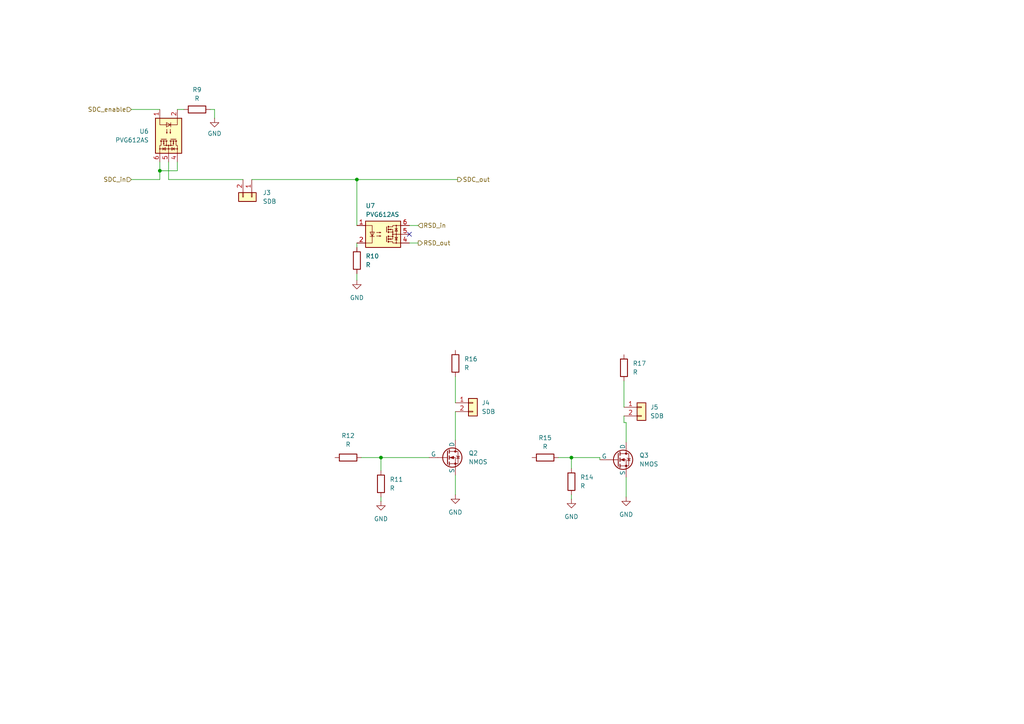
<source format=kicad_sch>
(kicad_sch (version 20231120) (generator "eeschema") (generator_version "8.0")
  (paper "A4")
  (lib_symbols
    (symbol "Connector_Generic:Conn_01x02" (pin_names (offset 1.016) hide)
      (property "Reference" "J" (at 0 2.54 0))
      (property "Value" "Conn_01x02" (at 0 -5.08 0))
      (symbol "Conn_01x02_1_1"
        (rectangle (start -1.27 -2.413) (end 0 -2.667) (stroke (width 0.1524)))
        (rectangle (start -1.27 0.127) (end 0 -0.127) (stroke (width 0.1524)))
        (rectangle (start -1.27 1.27) (end 1.27 -3.81) (stroke (width 0.254)) (fill (type background)))
        (pin passive line (at -5.08 0 0) (length 3.81) (name "Pin_1") (number "1"))
        (pin passive line (at -5.08 -2.54 0) (length 3.81) (name "Pin_2") (number "2"))
      )
    )
    (symbol "Device:R" (pin_numbers hide) (pin_names (offset 0))
      (property "Reference" "R" (at 2.032 0 90))
      (property "Value" "R" (at 0 0 90))
      (symbol "R_0_1"
        (rectangle (start -1.016 -2.54) (end 1.016 2.54) (stroke (width 0.254)))
      )
      (symbol "R_1_1"
        (pin passive line (at 0 3.81 270) (length 1.27) (name "~") (number "1"))
        (pin passive line (at 0 -3.81 90) (length 1.27) (name "~") (number "2"))
      )
    )
    (symbol "FaSTTUBe_Power-Switches:PVG612AS"
      (property "Reference" "U" (at -3.81 5.08 0))
      (property "Value" "PVG612AS" (at 0 -5.08 0))
      (symbol "PVG612AS_0_1"
        (rectangle (start -5.08 3.81) (end 5.08 -3.81) (stroke (width 0.254)) (fill (type background)))
        (polyline (pts (xy -3.81 -0.635) (xy -2.54 -0.635)))
        (polyline (pts (xy 1.016 -0.635) (xy 1.016 -2.159)) (stroke (width 0.2032)))
        (polyline (pts (xy 1.016 2.159) (xy 1.016 0.635)) (stroke (width 0.2032)))
        (polyline (pts (xy 1.524 -0.508) (xy 1.524 -0.762)) (stroke (width 0.3556)))
        (polyline (pts (xy 2.794 0) (xy 5.08 0)))
        (polyline (pts (xy 3.429 -1.651) (xy 4.191 -1.651)))
        (polyline (pts (xy 3.429 1.651) (xy 4.191 1.651)))
        (polyline (pts (xy 3.81 -2.54) (xy 3.81 2.54)))
        (polyline (pts (xy 1.524 -2.032) (xy 1.524 -2.286) (xy 1.524 -2.286)) (stroke (width 0.3556)))
        (polyline (pts (xy 1.524 -1.27) (xy 1.524 -1.524) (xy 1.524 -1.524)) (stroke (width 0.3556)))
        (polyline (pts (xy 1.524 0.762) (xy 1.524 0.508) (xy 1.524 0.508)) (stroke (width 0.3556)))
        (polyline (pts (xy 1.524 1.524) (xy 1.524 1.27) (xy 1.524 1.27)) (stroke (width 0.3556)))
        (polyline (pts (xy 1.524 2.286) (xy 1.524 2.032) (xy 1.524 2.032)) (stroke (width 0.3556)))
        (polyline (pts (xy 1.651 -1.397) (xy 2.794 -1.397) (xy 2.794 -0.635)))
        (polyline (pts (xy 1.651 1.397) (xy 2.794 1.397) (xy 2.794 0.635)))
        (polyline (pts (xy -5.08 2.54) (xy -3.175 2.54) (xy -3.175 -2.54) (xy -5.08 -2.54)))
        (polyline (pts (xy -3.175 -0.635) (xy -3.81 0.635) (xy -2.54 0.635) (xy -3.175 -0.635)))
        (polyline (pts (xy 1.651 -2.159) (xy 2.794 -2.159) (xy 2.794 -2.54) (xy 5.08 -2.54)))
        (polyline (pts (xy 1.651 -0.635) (xy 2.794 -0.635) (xy 2.794 0.635) (xy 1.651 0.635)))
        (polyline (pts (xy 1.651 2.159) (xy 2.794 2.159) (xy 2.794 2.54) (xy 5.08 2.54)))
        (polyline (pts (xy 1.778 -1.397) (xy 2.286 -1.27) (xy 2.286 -1.524) (xy 1.778 -1.397)))
        (polyline (pts (xy 1.778 1.397) (xy 2.286 1.524) (xy 2.286 1.27) (xy 1.778 1.397)))
        (polyline (pts (xy 3.81 -1.651) (xy 3.429 -0.889) (xy 4.191 -0.889) (xy 3.81 -1.651)))
        (polyline (pts (xy 3.81 1.651) (xy 3.429 0.889) (xy 4.191 0.889) (xy 3.81 1.651)))
        (polyline (pts (xy -1.905 -0.508) (xy -0.635 -0.508) (xy -1.016 -0.635) (xy -1.016 -0.381) (xy -0.635 -0.508)))
        (polyline (pts (xy -1.905 0.508) (xy -0.635 0.508) (xy -1.016 0.381) (xy -1.016 0.635) (xy -0.635 0.508)))
        (circle (center 2.794 -0.635) (radius 0.127))
        (circle (center 2.794 0) (radius 0.127))
        (circle (center 2.794 0.635) (radius 0.127))
        (circle (center 3.81 -2.54) (radius 0.127))
        (circle (center 3.81 0) (radius 0.127))
        (circle (center 3.81 2.54) (radius 0.127))
      )
      (symbol "PVG612AS_1_1"
        (pin passive line (at -7.62 2.54 0) (length 2.54) (name "~") (number "1"))
        (pin passive line (at -7.62 -2.54 0) (length 2.54) (name "~") (number "2"))
        (pin no_connect line (at -5.08 0 0) (length 2.54) hide (name "~") (number "3"))
        (pin passive line (at 7.62 -2.54 180) (length 2.54) (name "~") (number "4"))
        (pin passive line (at 7.62 0 180) (length 2.54) (name "~") (number "5"))
        (pin passive line (at 7.62 2.54 180) (length 2.54) (name "~") (number "6"))
      )
    )
    (symbol "Simulation_SPICE:NMOS" (pin_numbers hide) (pin_names (offset 0))
      (property "Reference" "Q" (at 5.08 1.27 0))
      (property "Value" "NMOS" (at 5.08 -1.27 0))
      (symbol "NMOS_0_1"
        (polyline (pts (xy 0.254 0) (xy -2.54 0)))
        (polyline (pts (xy 0.254 1.905) (xy 0.254 -1.905)) (stroke (width 0.254)))
        (polyline (pts (xy 0.762 -1.27) (xy 0.762 -2.286)) (stroke (width 0.254)))
        (polyline (pts (xy 0.762 0.508) (xy 0.762 -0.508)) (stroke (width 0.254)))
        (polyline (pts (xy 0.762 2.286) (xy 0.762 1.27)) (stroke (width 0.254)))
        (polyline (pts (xy 2.54 2.54) (xy 2.54 1.778)))
        (polyline (pts (xy 2.54 -2.54) (xy 2.54 0) (xy 0.762 0)))
        (polyline (pts (xy 0.762 -1.778) (xy 3.302 -1.778) (xy 3.302 1.778) (xy 0.762 1.778)))
        (polyline (pts (xy 1.016 0) (xy 2.032 0.381) (xy 2.032 -0.381) (xy 1.016 0)) (fill (type outline)))
        (polyline (pts (xy 2.794 0.508) (xy 2.921 0.381) (xy 3.683 0.381) (xy 3.81 0.254)))
        (polyline (pts (xy 3.302 0.381) (xy 2.921 -0.254) (xy 3.683 -0.254) (xy 3.302 0.381)))
        (circle (center 1.651 0) (radius 2.794) (stroke (width 0.254)))
        (circle (center 2.54 -1.778) (radius 0.254) (fill (type outline)))
        (circle (center 2.54 1.778) (radius 0.254) (fill (type outline)))
      )
      (symbol "NMOS_1_1"
        (pin passive line (at 2.54 5.08 270) (length 2.54) (name "D") (number "1"))
        (pin input line (at -5.08 0 0) (length 2.54) (name "G") (number "2"))
        (pin passive line (at 2.54 -5.08 90) (length 2.54) (name "S") (number "3"))
      )
    )
    (symbol "power:GND" (power) (pin_numbers hide) (pin_names (offset 0) hide)
      (property "Value" "GND" (at 0 -3.81 0))
      (symbol "GND_0_1"
        (polyline (pts (xy 0 0) (xy 0 -1.27) (xy 1.27 -1.27) (xy 0 -2.54) (xy -1.27 -1.27) (xy 0 -1.27)))
      )
      (symbol "GND_1_1"
        (pin power_in line (at 0 0 270) (length 0) (name "~") (number "1"))
      )
    )
  )
  (junction (at 46.355 49.53))
  (junction (at 110.49 132.715))
  (junction (at 165.735 132.715))
  (junction (at 103.505 52.07))
  (no_connect (at 118.745 67.945))
  (wire (pts (xy 161.925 132.715) (xy 165.735 132.715)))
  (wire (pts (xy 132.08 137.795) (xy 132.08 143.51)))
  (wire (pts (xy 38.1 52.07) (xy 46.355 52.07)))
  (wire (pts (xy 51.435 46.99) (xy 51.435 49.53)))
  (wire (pts (xy 181.61 128.27) (xy 181.61 122.555)))
  (wire (pts (xy 60.96 31.75) (xy 62.23 31.75)))
  (wire (pts (xy 121.285 65.405) (xy 118.745 65.405)))
  (wire (pts (xy 118.745 70.485) (xy 121.285 70.485)))
  (wire (pts (xy 46.355 46.99) (xy 46.355 49.53)))
  (wire (pts (xy 173.99 132.715) (xy 173.99 133.35)))
  (wire (pts (xy 181.61 138.43) (xy 181.61 144.145)))
  (wire (pts (xy 103.505 79.375) (xy 103.505 81.28)))
  (wire (pts (xy 103.505 70.485) (xy 103.505 71.755)))
  (wire (pts (xy 73.025 52.07) (xy 103.505 52.07)))
  (wire (pts (xy 103.505 52.07) (xy 103.505 65.405)))
  (wire (pts (xy 181.61 122.555) (xy 180.975 122.555)))
  (wire (pts (xy 104.775 132.715) (xy 110.49 132.715)))
  (wire (pts (xy 38.1 31.75) (xy 46.355 31.75)))
  (wire (pts (xy 180.975 122.555) (xy 180.975 120.65)))
  (wire (pts (xy 132.08 109.22) (xy 132.08 116.84)))
  (wire (pts (xy 62.23 31.75) (xy 62.23 34.29)))
  (wire (pts (xy 46.355 49.53) (xy 51.435 49.53)))
  (wire (pts (xy 48.895 52.07) (xy 70.485 52.07)))
  (wire (pts (xy 110.49 136.525) (xy 110.49 132.715)))
  (wire (pts (xy 110.49 132.715) (xy 124.46 132.715)))
  (wire (pts (xy 132.08 119.38) (xy 132.08 127.635)))
  (wire (pts (xy 165.735 143.51) (xy 165.735 144.78)))
  (wire (pts (xy 165.735 132.715) (xy 173.99 132.715)))
  (wire (pts (xy 165.735 132.715) (xy 165.735 135.89)))
  (wire (pts (xy 48.895 46.99) (xy 48.895 52.07)))
  (wire (pts (xy 46.355 49.53) (xy 46.355 52.07)))
  (wire (pts (xy 51.435 31.75) (xy 53.34 31.75)))
  (wire (pts (xy 180.975 110.49) (xy 180.975 118.11)))
  (wire (pts (xy 110.49 145.415) (xy 110.49 144.145)))
  (wire (pts (xy 103.505 52.07) (xy 132.715 52.07)))
  (hierarchical_label "SDC_out" (shape output) (at 132.715 52.07 0))
  (hierarchical_label "RSD_in" (shape input) (at 121.285 65.405 0))
  (hierarchical_label "SDC_in" (shape input) (at 38.1 52.07 180))
  (hierarchical_label "SDC_enable" (shape input) (at 38.1 31.75 180))
  (hierarchical_label "RSD_out" (shape output) (at 121.285 70.485 0))
  (symbol (lib_id "Device:R") (at 100.965 132.715 270) (unit 1)
    (property "Reference" "R12" (at 100.965 126.365 90))
    (property "Value" "R" (at 100.965 128.905 90))
    (property "Description" "Resistor" (effects (hide yes)))
  )
  (symbol (lib_id "Device:R") (at 110.49 140.335 180) (unit 1)
    (property "Reference" "R11" (at 113.03 139.0649 0) (effects (justify right)))
    (property "Value" "R" (at 113.03 141.6049 0) (effects (justify right)))
    (property "Description" "Resistor" (effects (hide yes)))
  )
  (symbol (lib_id "Connector_Generic:Conn_01x02") (at 186.055 118.11 0) (unit 1)
    (property "Reference" "J5" (at 188.595 118.1099 0) (effects (justify left)))
    (property "Value" "SDB" (at 188.595 120.6499 0) (effects (justify left)))
    (property "Description" "Generic connector, single row, 01x02, script generated (kicad-library-utils/schlib/autogen/connector/)" (effects (hide yes)))
  )
  (symbol (lib_id "power:GND") (at 62.23 34.29 0) (unit 1)
    (property "Reference" "#PWR024" (effects (hide yes)))
    (property "Value" "GND" (at 62.23 38.735 0))
    (property "Description" "Power symbol creates a global label with name \"GND\" , ground" (effects (hide yes)))
  )
  (symbol (lib_id "power:GND") (at 181.61 144.145 0) (unit 1)
    (property "Reference" "#PWR027" (effects (hide yes)))
    (property "Value" "GND" (at 181.61 149.225 0))
    (property "Description" "Power symbol creates a global label with name \"GND\" , ground" (effects (hide yes)))
  )
  (symbol (lib_id "Device:R") (at 132.08 105.41 180) (unit 1)
    (property "Reference" "R16" (at 134.62 104.1399 0) (effects (justify right)))
    (property "Value" "R" (at 134.62 106.6799 0) (effects (justify right)))
    (property "Description" "Resistor" (effects (hide yes)))
  )
  (symbol (lib_id "Device:R") (at 103.505 75.565 180) (unit 1)
    (property "Reference" "R10" (at 106.045 74.2949 0) (effects (justify right)))
    (property "Value" "R" (at 106.045 76.8349 0) (effects (justify right)))
    (property "Description" "Resistor" (effects (hide yes)))
  )
  (symbol (lib_id "Simulation_SPICE:NMOS") (at 129.54 132.715 0) (unit 1)
    (property "Reference" "Q2" (at 135.89 131.4449 0) (effects (justify left)))
    (property "Value" "NMOS" (at 135.89 133.9849 0) (effects (justify left)))
    (property "Datasheet" "https://ngspice.sourceforge.io/docs/ngspice-html-manual/manual.xhtml#cha_MOSFETs" (effects (hide yes)))
    (property "Description" "N-MOSFET transistor, drain/source/gate" (effects (hide yes)))
    (property "Sim.Device" "NMOS" (effects (hide yes)))
    (property "Sim.Type" "VDMOS" (effects (hide yes)))
    (property "Sim.Pins" "1=D 2=G 3=S" (effects (hide yes)))
  )
  (symbol (lib_id "Device:R") (at 158.115 132.715 270) (unit 1)
    (property "Reference" "R15" (at 158.115 127 90))
    (property "Value" "R" (at 158.115 129.54 90))
    (property "Description" "Resistor" (effects (hide yes)))
  )
  (symbol (lib_id "Connector_Generic:Conn_01x02") (at 137.16 116.84 0) (unit 1)
    (property "Reference" "J4" (at 139.7 116.8399 0) (effects (justify left)))
    (property "Value" "SDB" (at 139.7 119.3799 0) (effects (justify left)))
    (property "Description" "Generic connector, single row, 01x02, script generated (kicad-library-utils/schlib/autogen/connector/)" (effects (hide yes)))
  )
  (symbol (lib_id "power:GND") (at 110.49 145.415 0) (unit 1)
    (property "Reference" "#PWR032" (effects (hide yes)))
    (property "Value" "GND" (at 110.49 150.495 0))
    (property "Description" "Power symbol creates a global label with name \"GND\" , ground" (effects (hide yes)))
  )
  (symbol (lib_id "Device:R") (at 57.15 31.75 90) (unit 1)
    (property "Reference" "R9" (at 57.15 26.035 90))
    (property "Value" "R" (at 57.15 28.575 90))
    (property "Description" "Resistor" (effects (hide yes)))
  )
  (symbol (lib_id "power:GND") (at 132.08 143.51 0) (unit 1)
    (property "Reference" "#PWR026" (effects (hide yes)))
    (property "Value" "GND" (at 132.08 148.59 0))
    (property "Description" "Power symbol creates a global label with name \"GND\" , ground" (effects (hide yes)))
  )
  (symbol (lib_id "power:GND") (at 165.735 144.78 0) (unit 1)
    (property "Reference" "#PWR033" (effects (hide yes)))
    (property "Value" "GND" (at 165.735 149.86 0))
    (property "Description" "Power symbol creates a global label with name \"GND\" , ground" (effects (hide yes)))
  )
  (symbol (lib_id "Device:R") (at 180.975 106.68 180) (unit 1)
    (property "Reference" "R17" (at 183.515 105.4099 0) (effects (justify right)))
    (property "Value" "R" (at 183.515 107.9499 0) (effects (justify right)))
    (property "Description" "Resistor" (effects (hide yes)))
  )
  (symbol (lib_id "Simulation_SPICE:NMOS") (at 179.07 133.35 0) (unit 1)
    (property "Reference" "Q3" (at 185.42 132.0799 0) (effects (justify left)))
    (property "Value" "NMOS" (at 185.42 134.6199 0) (effects (justify left)))
    (property "Datasheet" "https://ngspice.sourceforge.io/docs/ngspice-html-manual/manual.xhtml#cha_MOSFETs" (effects (hide yes)))
    (property "Description" "N-MOSFET transistor, drain/source/gate" (effects (hide yes)))
    (property "Sim.Device" "NMOS" (effects (hide yes)))
    (property "Sim.Type" "VDMOS" (effects (hide yes)))
    (property "Sim.Pins" "1=D 2=G 3=S" (effects (hide yes)))
  )
  (symbol (lib_id "Connector_Generic:Conn_01x02") (at 73.025 57.15 270) (unit 1)
    (property "Reference" "J3" (at 76.2 55.8799 90) (effects (justify left)))
    (property "Value" "SDB" (at 76.2 58.4199 90) (effects (justify left)))
    (property "Description" "Generic connector, single row, 01x02, script generated (kicad-library-utils/schlib/autogen/connector/)" (effects (hide yes)))
  )
  (symbol (lib_id "FaSTTUBe_Power-Switches:PVG612AS") (at 48.895 39.37 90) (mirror x) (unit 1)
    (property "Reference" "U6" (at 43.18 38.0999 90) (effects (justify left)))
    (property "Value" "PVG612AS" (at 43.18 40.6399 90) (effects (justify left)))
    (property "Footprint" "Package_DIP:SMDIP-6_W9.53mm" (effects (hide yes)))
    (property "Datasheet" "https://www.infineon.com/dgdl/Infineon-PVG612A-DataSheet-v01_00-EN.pdf?fileId=5546d462533600a401535683ca14293a" (effects (hide yes)))
    (property "Description" "Photo MOSFET optically coupled, 60VDC, 4A, 35mohm, Isolation 4000 VRMS, SMDIP-6" (effects (hide yes)))
  )
  (symbol (lib_id "Device:R") (at 165.735 139.7 180) (unit 1)
    (property "Reference" "R14" (at 168.275 138.4299 0) (effects (justify right)))
    (property "Value" "R" (at 168.275 140.9699 0) (effects (justify right)))
    (property "Description" "Resistor" (effects (hide yes)))
  )
  (symbol (lib_id "power:GND") (at 103.505 81.28 0) (unit 1)
    (property "Reference" "#PWR025" (effects (hide yes)))
    (property "Value" "GND" (at 103.505 86.36 0))
    (property "Description" "Power symbol creates a global label with name \"GND\" , ground" (effects (hide yes)))
  )
  (symbol (lib_id "FaSTTUBe_Power-Switches:PVG612AS") (at 111.125 67.945 0) (unit 1)
    (property "Reference" "U7" (at 106.045 59.69 0) (effects (justify left)))
    (property "Value" "PVG612AS" (at 106.045 62.23 0) (effects (justify left)))
    (property "Footprint" "Package_DIP:SMDIP-6_W9.53mm" (effects (hide yes)))
    (property "Datasheet" "https://www.infineon.com/dgdl/Infineon-PVG612A-DataSheet-v01_00-EN.pdf?fileId=5546d462533600a401535683ca14293a" (effects (hide yes)))
    (property "Description" "Photo MOSFET optically coupled, 60VDC, 4A, 35mohm, Isolation 4000 VRMS, SMDIP-6" (effects (hide yes)))
  )
)
</source>
